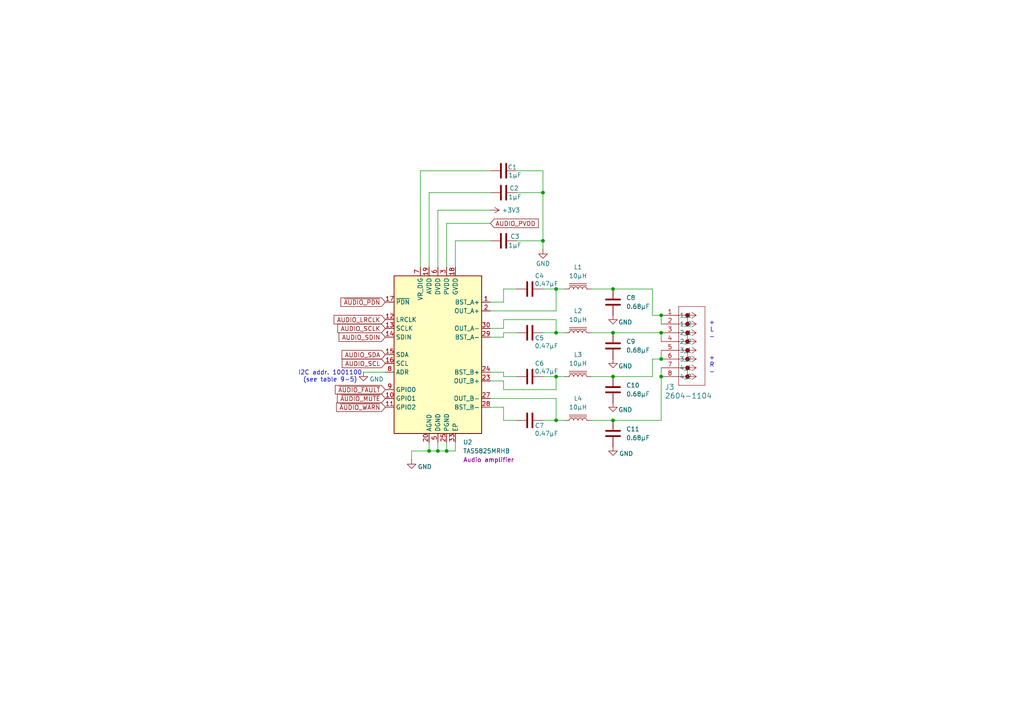
<source format=kicad_sch>
(kicad_sch (version 20231120) (generator "eeschema") (generator_version "8.0")
  (paper "A4")
  (lib_symbols
    (symbol "Amplifier_Audio:TAS5825MRHB"
      (property "Reference" "U" (at -11.43 24.13 0))
      (property "Value" "TAS5825MRHB" (at 13.97 24.13 0))
      (symbol "TAS5825MRHB_0_1"
        (rectangle (start -12.7 22.86) (end 12.7 -22.86) (stroke (width 0.254)) (fill (type background)))
      )
      (symbol "TAS5825MRHB_1_1"
        (pin passive line (at 15.24 15.24 180) (length 2.54) (name "BST_A+") (number "1"))
        (pin bidirectional line (at -15.24 -12.7 0) (length 2.54) (name "GPIO1") (number "10"))
        (pin bidirectional line (at -15.24 -15.24 0) (length 2.54) (name "GPIO2") (number "11"))
        (pin input line (at -15.24 10.16 0) (length 2.54) (name "LRCLK") (number "12"))
        (pin input line (at -15.24 7.62 0) (length 2.54) (name "SCLK") (number "13"))
        (pin input line (at -15.24 5.08 0) (length 2.54) (name "SDIN") (number "14"))
        (pin bidirectional line (at -15.24 0 0) (length 2.54) (name "SDA") (number "15"))
        (pin input line (at -15.24 -2.54 0) (length 2.54) (name "SCL") (number "16"))
        (pin input line (at -15.24 15.24 0) (length 2.54) (name "~{PDN}") (number "17"))
        (pin passive line (at 5.08 25.4 270) (length 2.54) (name "GVDD") (number "18"))
        (pin passive line (at -2.54 25.4 270) (length 2.54) (name "AVDD") (number "19"))
        (pin output line (at 15.24 12.7 180) (length 2.54) (name "OUT_A+") (number "2"))
        (pin power_in line (at -2.54 -25.4 90) (length 2.54) (name "AGND") (number "20"))
        (pin passive line (at 2.54 25.4 270) (length 2.54) hide (name "PVDD") (number "21"))
        (pin passive line (at 2.54 25.4 270) (length 2.54) hide (name "PVDD") (number "22"))
        (pin output line (at 15.24 -7.62 180) (length 2.54) (name "OUT_B+") (number "23"))
        (pin passive line (at 15.24 -5.08 180) (length 2.54) (name "BST_B+") (number "24"))
        (pin power_in line (at 2.54 -25.4 90) (length 2.54) (name "PGND") (number "25"))
        (pin passive line (at 2.54 -25.4 90) (length 2.54) hide (name "PGND") (number "26"))
        (pin output line (at 15.24 -12.7 180) (length 2.54) (name "OUT_B-") (number "27"))
        (pin passive line (at 15.24 -15.24 180) (length 2.54) (name "BST_B-") (number "28"))
        (pin passive line (at 15.24 5.08 180) (length 2.54) (name "BST_A-") (number "29"))
        (pin power_in line (at 2.54 25.4 270) (length 2.54) (name "PVDD") (number "3"))
        (pin output line (at 15.24 7.62 180) (length 2.54) (name "OUT_A-") (number "30"))
        (pin passive line (at 2.54 -25.4 90) (length 2.54) hide (name "PGND") (number "31"))
        (pin passive line (at 2.54 -25.4 90) (length 2.54) hide (name "PGND") (number "32"))
        (pin passive line (at 5.08 -25.4 90) (length 2.54) (name "EP") (number "33"))
        (pin passive line (at 2.54 25.4 270) (length 2.54) hide (name "PVDD") (number "4"))
        (pin power_in line (at 0 -25.4 90) (length 2.54) (name "DGND") (number "5"))
        (pin power_in line (at 0 25.4 270) (length 2.54) (name "DVDD") (number "6"))
        (pin passive line (at -5.08 25.4 270) (length 2.54) (name "VR_DIG") (number "7"))
        (pin passive line (at -15.24 -5.08 0) (length 2.54) (name "ADR") (number "8"))
        (pin bidirectional line (at -15.24 -10.16 0) (length 2.54) (name "GPIO0") (number "9"))
      )
    )
    (symbol "Device:C" (pin_numbers hide) (pin_names (offset 0.254))
      (property "Reference" "C" (at 0.635 2.54 0))
      (property "Value" "C" (at 0.635 -2.54 0))
      (symbol "C_0_1"
        (polyline (pts (xy -2.032 -0.762) (xy 2.032 -0.762)) (stroke (width 0.508)))
        (polyline (pts (xy -2.032 0.762) (xy 2.032 0.762)) (stroke (width 0.508)))
      )
      (symbol "C_1_1"
        (pin passive line (at 0 3.81 270) (length 2.794) (name "~") (number "1"))
        (pin passive line (at 0 -3.81 90) (length 2.794) (name "~") (number "2"))
      )
    )
    (symbol "Device:L_Iron" (pin_numbers hide) (pin_names (offset 1.016) hide)
      (property "Reference" "L" (at -1.27 0 90))
      (property "Value" "L_Iron" (at 2.794 0 90))
      (symbol "L_Iron_0_1"
        (arc (start 0 -2.54) (mid 0.6323 -1.905) (end 0 -1.27))
        (arc (start 0 -1.27) (mid 0.6323 -0.635) (end 0 0))
        (polyline (pts (xy 1.016 2.54) (xy 1.016 -2.54)))
        (polyline (pts (xy 1.524 -2.54) (xy 1.524 2.54)))
        (arc (start 0 0) (mid 0.6323 0.635) (end 0 1.27))
        (arc (start 0 1.27) (mid 0.6323 1.905) (end 0 2.54))
      )
      (symbol "L_Iron_1_1"
        (pin passive line (at 0 3.81 270) (length 1.27) (name "1") (number "1"))
        (pin passive line (at 0 -3.81 90) (length 1.27) (name "2") (number "2"))
      )
    )
    (symbol "Ultra_Librarian:2604-1104" (pin_names (offset 0.254))
      (property "Reference" "J" (at 8.89 6.35 0))
      (property "Value" "2604-1104" (at 0 0 0))
      (symbol "2604-1104_1_1"
        (polyline (pts (xy 5.08 -20.32) (xy 12.7 -20.32)) (stroke (width 0.127)))
        (polyline (pts (xy 5.08 2.54) (xy 5.08 -20.32)) (stroke (width 0.127)))
        (polyline (pts (xy 7.62 -15.24) (xy 7.62 -17.78)) (stroke (width 0.127)))
        (polyline (pts (xy 7.62 -10.16) (xy 7.62 -12.7)) (stroke (width 0.127)))
        (polyline (pts (xy 7.62 -5.08) (xy 7.62 -7.62)) (stroke (width 0.127)))
        (polyline (pts (xy 7.62 0) (xy 7.62 -2.54)) (stroke (width 0.127)))
        (polyline (pts (xy 10.16 -17.78) (xy 5.08 -17.78)) (stroke (width 0.127)))
        (polyline (pts (xy 10.16 -17.78) (xy 8.89 -18.6267)) (stroke (width 0.127)))
        (polyline (pts (xy 10.16 -17.78) (xy 8.89 -16.9333)) (stroke (width 0.127)))
        (polyline (pts (xy 10.16 -15.24) (xy 5.08 -15.24)) (stroke (width 0.127)))
        (polyline (pts (xy 10.16 -15.24) (xy 8.89 -16.0867)) (stroke (width 0.127)))
        (polyline (pts (xy 10.16 -15.24) (xy 8.89 -14.3933)) (stroke (width 0.127)))
        (polyline (pts (xy 10.16 -12.7) (xy 5.08 -12.7)) (stroke (width 0.127)))
        (polyline (pts (xy 10.16 -12.7) (xy 8.89 -13.5467)) (stroke (width 0.127)))
        (polyline (pts (xy 10.16 -12.7) (xy 8.89 -11.8533)) (stroke (width 0.127)))
        (polyline (pts (xy 10.16 -10.16) (xy 5.08 -10.16)) (stroke (width 0.127)))
        (polyline (pts (xy 10.16 -10.16) (xy 8.89 -11.0067)) (stroke (width 0.127)))
        (polyline (pts (xy 10.16 -10.16) (xy 8.89 -9.3133)) (stroke (width 0.127)))
        (polyline (pts (xy 10.16 -7.62) (xy 5.08 -7.62)) (stroke (width 0.127)))
        (polyline (pts (xy 10.16 -7.62) (xy 8.89 -8.4667)) (stroke (width 0.127)))
        (polyline (pts (xy 10.16 -7.62) (xy 8.89 -6.7733)) (stroke (width 0.127)))
        (polyline (pts (xy 10.16 -5.08) (xy 5.08 -5.08)) (stroke (width 0.127)))
        (polyline (pts (xy 10.16 -5.08) (xy 8.89 -5.9267)) (stroke (width 0.127)))
        (polyline (pts (xy 10.16 -5.08) (xy 8.89 -4.2333)) (stroke (width 0.127)))
        (polyline (pts (xy 10.16 -2.54) (xy 5.08 -2.54)) (stroke (width 0.127)))
        (polyline (pts (xy 10.16 -2.54) (xy 8.89 -3.3867)) (stroke (width 0.127)))
        (polyline (pts (xy 10.16 -2.54) (xy 8.89 -1.6933)) (stroke (width 0.127)))
        (polyline (pts (xy 10.16 0) (xy 5.08 0)) (stroke (width 0.127)))
        (polyline (pts (xy 10.16 0) (xy 8.89 -0.8467)) (stroke (width 0.127)))
        (polyline (pts (xy 10.16 0) (xy 8.89 0.8467)) (stroke (width 0.127)))
        (polyline (pts (xy 12.7 -20.32) (xy 12.7 2.54)) (stroke (width 0.127)))
        (polyline (pts (xy 12.7 2.54) (xy 5.08 2.54)) (stroke (width 0.127)))
        (circle (center 7.62 -17.78) (radius 0.127) (stroke (width 0.508)))
        (circle (center 7.62 -15.24) (radius 0.127) (stroke (width 0.508)))
        (circle (center 7.62 -12.7) (radius 0.127) (stroke (width 0.508)))
        (circle (center 7.62 -10.16) (radius 0.127) (stroke (width 0.508)))
        (circle (center 7.62 -7.62) (radius 0.127) (stroke (width 0.508)))
        (circle (center 7.62 -5.08) (radius 0.127) (stroke (width 0.508)))
        (circle (center 7.62 -2.54) (radius 0.127) (stroke (width 0.508)))
        (circle (center 7.62 0) (radius 0.127) (stroke (width 0.508)))
        (pin unspecified line (at 0 0 0) (length 5.08) (name "1_1") (number "1"))
        (pin unspecified line (at 0 -2.54 0) (length 5.08) (name "1_2") (number "2"))
        (pin unspecified line (at 0 -5.08 0) (length 5.08) (name "2_1") (number "3"))
        (pin unspecified line (at 0 -7.62 0) (length 5.08) (name "2_2") (number "4"))
        (pin unspecified line (at 0 -10.16 0) (length 5.08) (name "3_1") (number "5"))
        (pin unspecified line (at 0 -12.7 0) (length 5.08) (name "3_2") (number "6"))
        (pin unspecified line (at 0 -15.24 0) (length 5.08) (name "4_1") (number "7"))
        (pin unspecified line (at 0 -17.78 0) (length 5.08) (name "4_2") (number "8"))
      )
      (symbol "2604-1104_1_2"
        (polyline (pts (xy 5.08 -20.32) (xy 12.7 -20.32)) (stroke (width 0.127)))
        (polyline (pts (xy 5.08 2.54) (xy 5.08 -20.32)) (stroke (width 0.127)))
        (polyline (pts (xy 7.62 -15.24) (xy 7.62 -17.78)) (stroke (width 0.127)))
        (polyline (pts (xy 7.62 -10.16) (xy 7.62 -12.7)) (stroke (width 0.127)))
        (polyline (pts (xy 7.62 -5.08) (xy 7.62 -7.62)) (stroke (width 0.127)))
        (polyline (pts (xy 7.62 0) (xy 7.62 -2.54)) (stroke (width 0.127)))
        (polyline (pts (xy 10.16 -17.78) (xy 5.08 -17.78)) (stroke (width 0.127)))
        (polyline (pts (xy 10.16 -17.78) (xy 8.89 -18.6267)) (stroke (width 0.127)))
        (polyline (pts (xy 10.16 -17.78) (xy 8.89 -16.9333)) (stroke (width 0.127)))
        (polyline (pts (xy 10.16 -15.24) (xy 5.08 -15.24)) (stroke (width 0.127)))
        (polyline (pts (xy 10.16 -15.24) (xy 8.89 -16.0867)) (stroke (width 0.127)))
        (polyline (pts (xy 10.16 -15.24) (xy 8.89 -14.3933)) (stroke (width 0.127)))
        (polyline (pts (xy 10.16 -12.7) (xy 5.08 -12.7)) (stroke (width 0.127)))
        (polyline (pts (xy 10.16 -12.7) (xy 8.89 -13.5467)) (stroke (width 0.127)))
        (polyline (pts (xy 10.16 -12.7) (xy 8.89 -11.8533)) (stroke (width 0.127)))
        (polyline (pts (xy 10.16 -10.16) (xy 5.08 -10.16)) (stroke (width 0.127)))
        (polyline (pts (xy 10.16 -10.16) (xy 8.89 -11.0067)) (stroke (width 0.127)))
        (polyline (pts (xy 10.16 -10.16) (xy 8.89 -9.3133)) (stroke (width 0.127)))
        (polyline (pts (xy 10.16 -7.62) (xy 5.08 -7.62)) (stroke (width 0.127)))
        (polyline (pts (xy 10.16 -7.62) (xy 8.89 -8.4667)) (stroke (width 0.127)))
        (polyline (pts (xy 10.16 -7.62) (xy 8.89 -6.7733)) (stroke (width 0.127)))
        (polyline (pts (xy 10.16 -5.08) (xy 5.08 -5.08)) (stroke (width 0.127)))
        (polyline (pts (xy 10.16 -5.08) (xy 8.89 -5.9267)) (stroke (width 0.127)))
        (polyline (pts (xy 10.16 -5.08) (xy 8.89 -4.2333)) (stroke (width 0.127)))
        (polyline (pts (xy 10.16 -2.54) (xy 5.08 -2.54)) (stroke (width 0.127)))
        (polyline (pts (xy 10.16 -2.54) (xy 8.89 -3.3867)) (stroke (width 0.127)))
        (polyline (pts (xy 10.16 -2.54) (xy 8.89 -1.6933)) (stroke (width 0.127)))
        (polyline (pts (xy 10.16 0) (xy 5.08 0)) (stroke (width 0.127)))
        (polyline (pts (xy 10.16 0) (xy 8.89 -0.8467)) (stroke (width 0.127)))
        (polyline (pts (xy 10.16 0) (xy 8.89 0.8467)) (stroke (width 0.127)))
        (polyline (pts (xy 12.7 -20.32) (xy 12.7 2.54)) (stroke (width 0.127)))
        (polyline (pts (xy 12.7 2.54) (xy 5.08 2.54)) (stroke (width 0.127)))
        (circle (center 7.62 -17.78) (radius 0.127) (stroke (width 0.508)))
        (circle (center 7.62 -15.24) (radius 0.127) (stroke (width 0.508)))
        (circle (center 7.62 -12.7) (radius 0.127) (stroke (width 0.508)))
        (circle (center 7.62 -10.16) (radius 0.127) (stroke (width 0.508)))
        (circle (center 7.62 -7.62) (radius 0.127) (stroke (width 0.508)))
        (circle (center 7.62 -5.08) (radius 0.127) (stroke (width 0.508)))
        (circle (center 7.62 -2.54) (radius 0.127) (stroke (width 0.508)))
        (circle (center 7.62 0) (radius 0.127) (stroke (width 0.508)))
        (pin unspecified line (at 0 0 0) (length 5.08) (name "1_1") (number "1"))
        (pin unspecified line (at 0 -2.54 0) (length 5.08) (name "1_2") (number "2"))
        (pin unspecified line (at 0 -5.08 0) (length 5.08) (name "2_1") (number "3"))
        (pin unspecified line (at 0 -7.62 0) (length 5.08) (name "2_2") (number "4"))
        (pin unspecified line (at 0 -10.16 0) (length 5.08) (name "3_1") (number "5"))
        (pin unspecified line (at 0 -12.7 0) (length 5.08) (name "3_2") (number "6"))
        (pin unspecified line (at 0 -15.24 0) (length 5.08) (name "4_1") (number "7"))
        (pin unspecified line (at 0 -17.78 0) (length 5.08) (name "4_2") (number "8"))
      )
    )
    (symbol "power:+3V3" (power) (pin_numbers hide) (pin_names (offset 0) hide)
      (property "Value" "+3V3" (at 0 3.556 0))
      (symbol "+3V3_0_1"
        (polyline (pts (xy -0.762 1.27) (xy 0 2.54)))
        (polyline (pts (xy 0 0) (xy 0 2.54)))
        (polyline (pts (xy 0 2.54) (xy 0.762 1.27)))
      )
      (symbol "+3V3_1_1"
        (pin power_in line (at 0 0 90) (length 0) (name "~") (number "1"))
      )
    )
    (symbol "power:GND" (power) (pin_numbers hide) (pin_names (offset 0) hide)
      (property "Value" "GND" (at 0 -3.81 0))
      (symbol "GND_0_1"
        (polyline (pts (xy 0 0) (xy 0 -1.27) (xy 1.27 -1.27) (xy 0 -2.54) (xy -1.27 -1.27) (xy 0 -1.27)))
      )
      (symbol "GND_1_1"
        (pin power_in line (at 0 0 270) (length 0) (name "~") (number "1"))
      )
    )
  )
  (junction (at 129.54 130.81))
  (junction (at 161.29 121.92))
  (junction (at 157.48 69.85))
  (junction (at 177.8 96.52))
  (junction (at 161.29 83.82))
  (junction (at 124.46 130.81))
  (junction (at 191.77 91.44))
  (junction (at 191.77 109.22))
  (junction (at 161.29 109.22))
  (junction (at 157.48 55.88))
  (junction (at 127 130.81))
  (junction (at 191.77 104.14))
  (junction (at 161.29 96.52))
  (junction (at 177.8 109.22))
  (junction (at 177.8 83.82))
  (junction (at 177.8 121.92))
  (junction (at 191.77 96.52))
  (wire (pts (xy 146.05 83.82) (xy 146.05 87.63)))
  (wire (pts (xy 171.45 83.82) (xy 177.8 83.82)))
  (wire (pts (xy 149.86 109.22) (xy 146.05 109.22)))
  (wire (pts (xy 189.23 83.82) (xy 189.23 91.44)))
  (wire (pts (xy 146.05 109.22) (xy 146.05 107.95)))
  (wire (pts (xy 121.92 49.53) (xy 121.92 77.47)))
  (wire (pts (xy 177.8 96.52) (xy 191.77 96.52)))
  (wire (pts (xy 142.24 118.11) (xy 146.05 118.11)))
  (wire (pts (xy 146.05 121.92) (xy 146.05 118.11)))
  (wire (pts (xy 161.29 83.82) (xy 163.83 83.82)))
  (wire (pts (xy 157.48 83.82) (xy 161.29 83.82)))
  (wire (pts (xy 142.24 90.17) (xy 161.29 90.17)))
  (wire (pts (xy 132.08 128.27) (xy 132.08 130.81)))
  (wire (pts (xy 157.48 72.39) (xy 157.48 69.85)))
  (wire (pts (xy 132.08 130.81) (xy 129.54 130.81)))
  (wire (pts (xy 142.24 115.57) (xy 161.29 115.57)))
  (wire (pts (xy 149.86 96.52) (xy 146.05 96.52)))
  (wire (pts (xy 146.05 110.49) (xy 146.05 113.03)))
  (wire (pts (xy 129.54 64.77) (xy 129.54 77.47)))
  (wire (pts (xy 142.24 64.77) (xy 129.54 64.77)))
  (wire (pts (xy 157.48 121.92) (xy 161.29 121.92)))
  (wire (pts (xy 142.24 69.85) (xy 132.08 69.85)))
  (wire (pts (xy 161.29 90.17) (xy 161.29 83.82)))
  (wire (pts (xy 191.77 91.44) (xy 191.77 93.98)))
  (wire (pts (xy 177.8 121.92) (xy 191.77 121.92)))
  (wire (pts (xy 142.24 95.25) (xy 146.05 95.25)))
  (wire (pts (xy 142.24 55.88) (xy 124.46 55.88)))
  (wire (pts (xy 149.86 69.85) (xy 157.48 69.85)))
  (wire (pts (xy 161.29 109.22) (xy 163.83 109.22)))
  (wire (pts (xy 129.54 128.27) (xy 129.54 130.81)))
  (wire (pts (xy 157.48 55.88) (xy 157.48 69.85)))
  (wire (pts (xy 119.38 133.35) (xy 119.38 130.81)))
  (wire (pts (xy 161.29 96.52) (xy 163.83 96.52)))
  (wire (pts (xy 157.48 109.22) (xy 161.29 109.22)))
  (wire (pts (xy 124.46 128.27) (xy 124.46 130.81)))
  (wire (pts (xy 149.86 55.88) (xy 157.48 55.88)))
  (wire (pts (xy 142.24 87.63) (xy 146.05 87.63)))
  (wire (pts (xy 142.24 49.53) (xy 121.92 49.53)))
  (wire (pts (xy 191.77 121.92) (xy 191.77 109.22)))
  (wire (pts (xy 171.45 109.22) (xy 177.8 109.22)))
  (wire (pts (xy 161.29 115.57) (xy 161.29 121.92)))
  (wire (pts (xy 161.29 113.03) (xy 161.29 109.22)))
  (wire (pts (xy 142.24 110.49) (xy 146.05 110.49)))
  (wire (pts (xy 161.29 121.92) (xy 163.83 121.92)))
  (wire (pts (xy 142.24 60.96) (xy 127 60.96)))
  (wire (pts (xy 149.86 83.82) (xy 146.05 83.82)))
  (wire (pts (xy 189.23 109.22) (xy 189.23 104.14)))
  (wire (pts (xy 157.48 96.52) (xy 161.29 96.52)))
  (wire (pts (xy 149.86 121.92) (xy 146.05 121.92)))
  (wire (pts (xy 191.77 106.68) (xy 191.77 109.22)))
  (wire (pts (xy 189.23 91.44) (xy 191.77 91.44)))
  (wire (pts (xy 127 130.81) (xy 129.54 130.81)))
  (wire (pts (xy 111.76 107.95) (xy 105.41 107.95)))
  (wire (pts (xy 191.77 101.6) (xy 191.77 104.14)))
  (wire (pts (xy 146.05 96.52) (xy 146.05 97.79)))
  (wire (pts (xy 171.45 121.92) (xy 177.8 121.92)))
  (wire (pts (xy 146.05 95.25) (xy 146.05 92.71)))
  (wire (pts (xy 171.45 96.52) (xy 177.8 96.52)))
  (wire (pts (xy 146.05 113.03) (xy 161.29 113.03)))
  (wire (pts (xy 191.77 96.52) (xy 191.77 99.06)))
  (wire (pts (xy 146.05 97.79) (xy 142.24 97.79)))
  (wire (pts (xy 177.8 109.22) (xy 189.23 109.22)))
  (wire (pts (xy 119.38 130.81) (xy 124.46 130.81)))
  (wire (pts (xy 149.86 49.53) (xy 157.48 49.53)))
  (wire (pts (xy 146.05 92.71) (xy 161.29 92.71)))
  (wire (pts (xy 124.46 130.81) (xy 127 130.81)))
  (wire (pts (xy 142.24 107.95) (xy 146.05 107.95)))
  (wire (pts (xy 161.29 92.71) (xy 161.29 96.52)))
  (wire (pts (xy 177.8 83.82) (xy 189.23 83.82)))
  (wire (pts (xy 124.46 55.88) (xy 124.46 77.47)))
  (wire (pts (xy 127 128.27) (xy 127 130.81)))
  (wire (pts (xy 189.23 104.14) (xy 191.77 104.14)))
  (wire (pts (xy 127 60.96) (xy 127 77.47)))
  (wire (pts (xy 157.48 49.53) (xy 157.48 55.88)))
  (wire (pts (xy 132.08 69.85) (xy 132.08 77.47)))
  (text "I2C addr. 1001100\n(see table 9-5)" (at 95.758 109.22 0) (effects (font (size 1.27 1.27))))
  (text "+\nL\n-\n\n\n+\nR\n-" (at 206.502 100.838 0) (effects (font (size 1.27 1.27))))
  (global_label "AUDIO_LRCLK" (shape input) (at 111.76 92.71 180) (property "Intersheetrefs" "${INTERSHEET_REFS}" (effects (hide yes))))
  (global_label "AUDIO_SCL" (shape input) (at 111.76 105.41 180) (property "Intersheetrefs" "${INTERSHEET_REFS}" (effects (hide yes))))
  (global_label "~{AUDIO_MUTE}" (shape input) (at 111.76 115.57 180) (property "Intersheetrefs" "${INTERSHEET_REFS}" (effects (hide yes))))
  (global_label "~{AUDIO_PDN}" (shape input) (at 111.76 87.63 180) (property "Intersheetrefs" "${INTERSHEET_REFS}" (effects (hide yes))))
  (global_label "AUDIO_SCLK" (shape input) (at 111.76 95.25 180) (property "Intersheetrefs" "${INTERSHEET_REFS}" (effects (hide yes))))
  (global_label "~{AUDIO_WARN}" (shape input) (at 111.76 118.11 180) (property "Intersheetrefs" "${INTERSHEET_REFS}" (effects (hide yes))))
  (global_label "AUDIO_SDIN" (shape input) (at 111.76 97.79 180) (property "Intersheetrefs" "${INTERSHEET_REFS}" (effects (hide yes))))
  (global_label "AUDIO_SDA" (shape input) (at 111.76 102.87 180) (property "Intersheetrefs" "${INTERSHEET_REFS}" (effects (hide yes))))
  (global_label "AUDIO_PVDD" (shape input) (at 142.24 64.77 0) (property "Intersheetrefs" "${INTERSHEET_REFS}" (effects (hide yes))))
  (global_label "~{AUDIO_FAULT}" (shape input) (at 111.76 113.03 180) (property "Intersheetrefs" "${INTERSHEET_REFS}" (effects (hide yes))))
  (symbol (lib_id "Device:C") (at 153.67 96.52 270) (unit 1)
    (property "Reference" "C5" (at 156.464 98.044 90))
    (property "Value" "0.47µF" (at 158.496 100.33 90))
    (property "Description" "Unpolarized capacitor" (effects (hide yes)))
  )
  (symbol (lib_id "power:GND") (at 177.8 91.44 0) (unit 1)
    (property "Reference" "#PWR07" (effects (hide yes)))
    (property "Value" "GND" (at 181.356 93.472 0))
    (property "Description" "Power symbol creates a global label with name \"GND\" , ground" (effects (hide yes)))
  )
  (symbol (lib_id "power:GND") (at 157.48 72.39 0) (unit 1)
    (property "Reference" "#PWR06" (effects (hide yes)))
    (property "Value" "GND" (at 157.48 76.454 0))
    (property "Description" "Power symbol creates a global label with name \"GND\" , ground" (effects (hide yes)))
  )
  (symbol (lib_id "power:GND") (at 177.8 116.84 0) (unit 1)
    (property "Reference" "#PWR09" (effects (hide yes)))
    (property "Value" "GND" (at 181.356 118.872 0))
    (property "Description" "Power symbol creates a global label with name \"GND\" , ground" (effects (hide yes)))
  )
  (symbol (lib_id "Device:L_Iron") (at 167.64 109.22 90) (unit 1)
    (property "Reference" "L3" (at 167.64 102.87 90))
    (property "Value" "10µH" (at 167.64 105.41 90))
    (property "Description" "Inductor with iron core" (effects (hide yes)))
  )
  (symbol (lib_id "Device:C") (at 146.05 69.85 270) (unit 1)
    (property "Reference" "C3" (at 149.352 68.58 90))
    (property "Value" "1µF" (at 149.352 71.12 90))
    (property "Description" "Unpolarized capacitor" (effects (hide yes)))
  )
  (symbol (lib_id "Device:C") (at 153.67 121.92 270) (unit 1)
    (property "Reference" "C7" (at 156.464 123.444 90))
    (property "Value" "0.47µF" (at 158.496 125.73 90))
    (property "Description" "Unpolarized capacitor" (effects (hide yes)))
  )
  (symbol (lib_id "Device:C") (at 177.8 113.03 0) (unit 1)
    (property "Reference" "C10" (at 181.61 111.7599 0) (effects (justify left)))
    (property "Value" "0.68µF" (at 181.61 114.2999 0) (effects (justify left)))
    (property "Description" "Unpolarized capacitor" (effects (hide yes)))
  )
  (symbol (lib_id "Device:L_Iron") (at 167.64 83.82 90) (unit 1)
    (property "Reference" "L1" (at 167.64 77.47 90))
    (property "Value" "10µH" (at 167.64 80.01 90))
    (property "Description" "Inductor with iron core" (effects (hide yes)))
  )
  (symbol (lib_id "Device:C") (at 153.67 83.82 270) (unit 1)
    (property "Reference" "C4" (at 156.464 80.01 90))
    (property "Value" "0.47µF" (at 158.496 82.296 90))
    (property "Description" "Unpolarized capacitor" (effects (hide yes)))
  )
  (symbol (lib_id "power:GND") (at 105.41 107.95 0) (unit 1)
    (property "Reference" "#PWR03" (effects (hide yes)))
    (property "Value" "GND" (at 109.22 109.982 0))
    (property "Description" "Power symbol creates a global label with name \"GND\" , ground" (effects (hide yes)))
  )
  (symbol (lib_id "power:+3V3") (at 142.24 60.96 270) (unit 1)
    (property "Reference" "#PWR05" (effects (hide yes)))
    (property "Value" "+3V3" (at 145.542 60.96 90) (effects (justify left)))
    (property "Description" "Power symbol creates a global label with name \"+3V3\"" (effects (hide yes)))
  )
  (symbol (lib_id "Ultra_Librarian:2604-1104") (at 191.77 91.44 0) (unit 1)
    (property "Reference" "J3" (at 192.786 112.268 0) (effects (font (size 1.524 1.524)) (justify left)))
    (property "Value" "2604-1104" (at 192.786 114.808 0) (effects (font (size 1.524 1.524)) (justify left)))
    (property "Footprint" "CONN4_2604-1104_WAG" (effects (hide yes)))
    (property "Description" "Speaker" (effects (hide yes)))
    (property "Manufacturer" "WAGO" (effects (hide yes)))
    (property "MPN" "2604-1104" (effects (hide yes)))
  )
  (symbol (lib_id "Device:C") (at 146.05 55.88 270) (unit 1)
    (property "Reference" "C2" (at 149.098 54.61 90))
    (property "Value" "1µF" (at 149.352 57.15 90))
    (property "Description" "Unpolarized capacitor" (effects (hide yes)))
  )
  (symbol (lib_id "Device:C") (at 177.8 125.73 0) (unit 1)
    (property "Reference" "C11" (at 181.61 124.4599 0) (effects (justify left)))
    (property "Value" "0.68µF" (at 181.61 126.9999 0) (effects (justify left)))
    (property "Description" "Unpolarized capacitor" (effects (hide yes)))
  )
  (symbol (lib_id "Device:L_Iron") (at 167.64 121.92 90) (unit 1)
    (property "Reference" "L4" (at 167.64 115.57 90))
    (property "Value" "10µH" (at 167.64 118.11 90))
    (property "Description" "Inductor with iron core" (effects (hide yes)))
  )
  (symbol (lib_id "Device:C") (at 153.67 109.22 270) (unit 1)
    (property "Reference" "C6" (at 156.464 105.41 90))
    (property "Value" "0.47µF" (at 158.496 107.696 90))
    (property "Description" "Unpolarized capacitor" (effects (hide yes)))
  )
  (symbol (lib_id "Device:C") (at 177.8 100.33 0) (unit 1)
    (property "Reference" "C9" (at 181.61 99.0599 0) (effects (justify left)))
    (property "Value" "0.68µF" (at 181.61 101.5999 0) (effects (justify left)))
    (property "Description" "Unpolarized capacitor" (effects (hide yes)))
  )
  (symbol (lib_id "Device:C") (at 146.05 49.53 270) (unit 1)
    (property "Reference" "C1" (at 148.59 48.514 90))
    (property "Value" "1µF" (at 149.352 50.8 90))
    (property "Description" "Unpolarized capacitor" (effects (hide yes)))
  )
  (symbol (lib_id "Device:C") (at 177.8 87.63 0) (unit 1)
    (property "Reference" "C8" (at 181.61 86.3599 0) (effects (justify left)))
    (property "Value" "0.68µF" (at 181.61 88.8999 0) (effects (justify left)))
    (property "Description" "Unpolarized capacitor" (effects (hide yes)))
  )
  (symbol (lib_id "power:GND") (at 177.8 104.14 0) (unit 1)
    (property "Reference" "#PWR08" (effects (hide yes)))
    (property "Value" "GND" (at 181.356 106.172 0))
    (property "Description" "Power symbol creates a global label with name \"GND\" , ground" (effects (hide yes)))
  )
  (symbol (lib_id "power:GND") (at 177.8 129.54 0) (unit 1)
    (property "Reference" "#PWR010" (effects (hide yes)))
    (property "Value" "GND" (at 181.61 131.572 0))
    (property "Description" "Power symbol creates a global label with name \"GND\" , ground" (effects (hide yes)))
  )
  (symbol (lib_id "Device:L_Iron") (at 167.64 96.52 90) (unit 1)
    (property "Reference" "L2" (at 167.64 90.17 90))
    (property "Value" "10µΗ" (at 167.64 92.71 90))
    (property "Description" "Inductor with iron core" (effects (hide yes)))
  )
  (symbol (lib_id "Amplifier_Audio:TAS5825MRHB") (at 127 102.87 0) (unit 1)
    (property "Reference" "U2" (at 134.2741 128.27 0) (effects (justify left)))
    (property "Value" "TAS5825MRHB" (at 134.2741 130.81 0) (effects (justify left)))
    (property "Footprint" "Package_DFN_QFN:VQFN-32-1EP_5x5mm_P0.5mm_EP3.1x3.1mm" (effects (hide yes)))
    (property "Datasheet" "https://www.ti.com/lit/ds/symlink/tas5825m.pdf" (effects (hide yes)))
    (property "Description" "Audio amplifier" (at 141.732 133.35 0))
    (property "MPN" "TAS5825MRHBR" (effects (hide yes)))
    (property "Manufacturer" "Texas Instruments" (effects (hide yes)))
  )
  (symbol (lib_id "power:GND") (at 119.38 133.35 0) (unit 1)
    (property "Reference" "#PWR04" (effects (hide yes)))
    (property "Value" "GND" (at 123.19 135.382 0))
    (property "Description" "Power symbol creates a global label with name \"GND\" , ground" (effects (hide yes)))
  )
)
</source>
